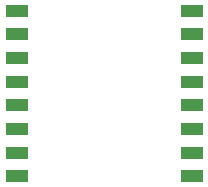
<source format=gtp>
G04 Layer_Color=8421504*
%FSLAX25Y25*%
%MOIN*%
G70*
G01*
G75*
%ADD10R,0.07700X0.04200*%
D10*
X79200Y65600D02*
D03*
Y57700D02*
D03*
Y49900D02*
D03*
Y42000D02*
D03*
Y34063D02*
D03*
Y26189D02*
D03*
Y18315D02*
D03*
Y10441D02*
D03*
X20866D02*
D03*
Y18315D02*
D03*
Y26189D02*
D03*
Y34063D02*
D03*
Y42000D02*
D03*
Y49900D02*
D03*
Y57700D02*
D03*
Y65600D02*
D03*
M02*

</source>
